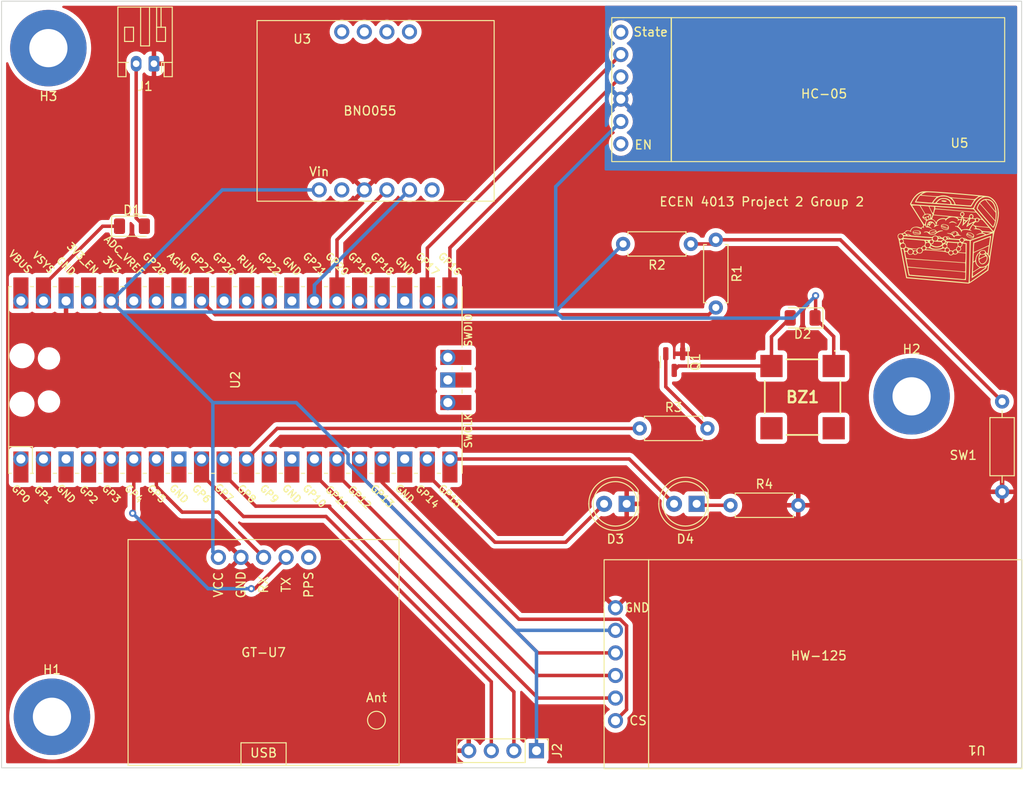
<source format=kicad_pcb>
(kicad_pcb (version 20211014) (generator pcbnew)
  (layers (0 "F.Cu" signal) (31 "B.Cu" signal) (34 "B.Paste" user) (35 "F.Paste" user) (36 "B.SilkS" user "B.Silkscreen") (37 "F.SilkS" user "F.Silkscreen") (38 "B.Mask" user) (39 "F.Mask" user) (44 "Edge.Cuts" user))
  (net 0 "")
  (net 1 "+3V3")
  (net 2 "Net-(BZ1-Pad2)")
  (net 3 "Net-(D1-Pad1)")
  (net 4 "GND")
  (net 5 "GPIO7")
  (net 6 "GPIO6")
  (net 7 "Net-(Q1-Pad2)")
  (net 8 "Net-(R1-Pad1)")
  (net 9 "Net-(R1-Pad2)")
  (net 10 "Buzz")
  (net 11 "CS1")
  (net 12 "SCK1")
  (net 13 "MOSI1")
  (net 14 "MISO1")
  (net 20 "TX1")
  (net 21 "RX1")
  (net 26 "TX0")
  (net 27 "RX0")
  (net 31 "SDA0")
  (net 32 "SCL0")
  (net 54 "Net-(J1-Pad2)")
  (net 55 "LED_G")
  (net 56 "Net-(D4-Pad1)")
  (net 57 "LED_R")
  (footprint "MountingHole:MountingHole_4.3mm_M4_Pad_TopBottom" (layer "F.Cu") (at 197.326995 103.971703)
    (fp_text reference "H2" (at 0 -5.3) (layer "F.SilkS"))
    (fp_text value "MountingHole")
    (pad "1" connect circle (at 0 0) (size 8.6 8.6) (layers "F.Cu" "F.Mask"))
    (pad "1" connect circle (at 0 0) (size 8.6 8.6) (layers "B.Cu" "B.Mask"))
    (pad "1" thru_hole circle (at 0 0) (size 4.7 4.7) (drill 4.3) (layers *.Cu *.Mask))
  )
  (footprint "Package_TO_SOT_SMD:SOT-23" (layer "F.Cu") (at 170.626222 100.117771 -90)
    (fp_text reference "Q1" (at 0 -2.4 90) (layer "F.SilkS"))
    (fp_text value "2N3904")
    (pad "1" smd roundrect (at -0.9375 -0.95 270) (size 1.475 0.6) (layers "F.Cu" "F.Paste" "F.Mask") (net 4 "GND"))
    (pad "2" smd roundrect (at -0.9375 0.95 270) (size 1.475 0.6) (layers "F.Cu" "F.Paste" "F.Mask") (net 7 "Net-(Q1-Pad2)"))
    (pad "3" smd roundrect (at 0.9375 0 270) (size 1.475 0.6) (layers "F.Cu" "F.Paste" "F.Mask") (net 2 "Net-(BZ1-Pad2)"))
  )
  (footprint "MountingHole:MountingHole_4.3mm_M4_Pad_TopBottom" (layer "F.Cu") (at 100.22464 64.800451)
    (fp_text reference "H3" (at 0 5.430822) (layer "F.SilkS"))
    (fp_text value "MountingHole")
    (pad "1" thru_hole circle (at 0 0) (size 4.7 4.7) (drill 4.3) (layers *.Cu *.Mask))
    (pad "1" connect circle (at 0 0) (size 8.6 8.6) (layers "F.Cu" "F.Mask"))
    (pad "1" connect circle (at 0 0) (size 8.6 8.6) (layers "B.Cu" "B.Mask"))
  )
  (footprint "Diode_SMD:D_1206_3216Metric" (layer "F.Cu") (at 185.070885 95.150613 180)
    (fp_text reference "D2" (at 0 -1.82) (layer "F.SilkS"))
    (fp_text value "D_Schottky")
    (pad "1" smd roundrect (at -1.4 0 180) (size 1.25 1.75) (layers "F.Cu" "F.Paste" "F.Mask") (roundrect_rratio 0.2) (net 1 "+3V3"))
    (pad "2" smd roundrect (at 1.4 0 180) (size 1.25 1.75) (layers "F.Cu" "F.Paste" "F.Mask") (roundrect_rratio 0.2) (net 2 "Net-(BZ1-Pad2)"))
  )
  (footprint "Diode_SMD:D_1206_3216Metric" (layer "F.Cu") (at 109.623498 84.836703)
    (fp_text reference "D1" (at 0 -1.82) (layer "F.SilkS"))
    (fp_text value "D_Schottky")
    (pad "1" smd roundrect (at -1.4 0) (size 1.25 1.75) (layers "F.Cu" "F.Paste" "F.Mask") (roundrect_rratio 0.2) (net 3 "Net-(D1-Pad1)"))
    (pad "2" smd roundrect (at 1.4 0) (size 1.25 1.75) (layers "F.Cu" "F.Paste" "F.Mask") (roundrect_rratio 0.2) (net 54 "Net-(J1-Pad2)"))
  )
  (footprint "MCU_RaspberryPi_and_Boards:GT-U7" (layer "F.Cu") (at 124.430201 132.78574)
    (fp_text reference "U4" hide)
    (fp_text value "GT-U7")
    (fp_text user "RX" (at 0 -7.62 90 unlocked) (layer "F.SilkS"))
    (fp_text user "Ant" (at 12.7 5.08 unlocked) (layer "F.SilkS"))
    (fp_text user "TX" (at 2.54 -7.62 90 unlocked) (layer "F.SilkS"))
    (fp_text user "GT-U7" (at 0 0 unlocked) (layer "F.SilkS"))
    (fp_text user "USB" (at 0 11.3 unlocked) (layer "F.SilkS"))
    (fp_text user "GND" (at -2.54 -7.62 90 unlocked) (layer "F.SilkS"))
    (fp_text user "VCC" (at -5.08 -7.62 90 unlocked) (layer "F.SilkS"))
    (fp_text user "PPS" (at 5.08 -7.62 90 unlocked) (layer "F.SilkS"))
    (pad "1" thru_hole circle (at 5.08 -10.7) (size 1.7 1.7) (drill 1.02) (layers *.Cu *.Mask))
    (pad "2" thru_hole circle (at 2.54 -10.7) (size 1.7 1.7) (drill 1.02) (layers *.Cu *.Mask) (net 20 "TX1"))
    (pad "3" thru_hole circle (at 0 -10.7) (size 1.7 1.7) (drill 1.02) (layers *.Cu *.Mask) (net 21 "RX1"))
    (pad "4" thru_hole circle (at -2.54 -10.7) (size 1.7 1.7) (drill 1.02) (layers *.Cu *.Mask) (net 4 "GND"))
    (pad "5" thru_hole circle (at -5.08 -10.7) (size 1.7 1.7) (drill 1.02) (layers *.Cu *.Mask) (net 1 "+3V3"))
  )
  (footprint "Connector_JST:JST_PH_S2B-PH-K_1x02_P2.00mm_Horizontal" (layer "F.Cu") (at 112.101226 66.5531 180)
    (fp_text reference "J1" (at 1 -2.55) (layer "F.SilkS"))
    (fp_text value "Battery")
    (pad "1" thru_hole roundrect (at 0 0 180) (size 1.2 1.75) (drill 0.75) (layers *.Cu *.Mask) (roundrect_rratio 0.2083333333) (net 4 "GND"))
    (pad "2" thru_hole oval (at 2 0 180) (size 1.2 1.75) (drill 0.75) (layers *.Cu *.Mask) (net 54 "Net-(J1-Pad2)"))
  )
  (footprint "KiCad:CMT8585397SMTTR" (layer "F.Cu") (at 185.066206 104.061464)
    (fp_text reference "BZ1" (at 0 0) (layer "F.SilkS") (effects (font (size 1.27 1.27) (thickness 0.254))))
    (fp_text value "Buzzer" hide)
    (pad "1" smd rect locked (at 3.5 -3.5 90) (size 2.5 2.5) (layers "F.Cu" "F.Paste" "F.Mask") (net 1 "+3V3"))
    (pad "2" smd rect locked (at -3.5 -3.5 90) (size 2.5 2.5) (layers "F.Cu" "F.Paste" "F.Mask") (net 2 "Net-(BZ1-Pad2)"))
    (pad "3" smd rect locked (at -3.5 3.5 90) (size 2.5 2.5) (layers "F.Cu" "F.Paste" "F.Mask"))
    (pad "4" smd rect locked (at 3.5 3.5 90) (size 2.5 2.5) (layers "F.Cu" "F.Paste" "F.Mask"))
  )
  (footprint "Connector_PinHeader_2.54mm:PinHeader_1x04_P2.54mm_Vertical" (layer "F.Cu") (at 155.13059 143.835244 -90)
    (fp_text reference "J2" (at 0 -2.33 90) (layer "F.SilkS"))
    (fp_text value "Conn_01x04_Male")
    (pad "1" thru_hole rect (at 0 0 270) (size 1.7 1.7) (drill 1) (layers *.Cu *.Mask) (net 1 "+3V3"))
    (pad "2" thru_hole oval (at 0 2.54 270) (size 1.7 1.7) (drill 1) (layers *.Cu *.Mask) (net 5 "GPIO7"))
    (pad "3" thru_hole oval (at 0 5.08 270) (size 1.7 1.7) (drill 1) (layers *.Cu *.Mask) (net 6 "GPIO6"))
    (pad "4" thru_hole oval (at 0 7.62 270) (size 1.7 1.7) (drill 1) (layers *.Cu *.Mask) (net 4 "GND"))
  )
  (footprint "MCU_RaspberryPi_and_Boards:HC-05" (layer "F.Cu") (at 187.477299 70.605704 180)
    (fp_text reference "U5" (at -15.24 -4.88 unlocked) (layer "F.SilkS"))
    (fp_text value "HC-05")
    (fp_text user "EN" (at 20.32 -5.08 unlocked) (layer "F.SilkS"))
    (fp_text user "State" (at 19.5 7.62 unlocked) (layer "F.SilkS"))
    (fp_text user "HC-05" (at 0 0.66 unlocked) (layer "F.SilkS"))
    (pad "1" thru_hole circle (at 22.86 -4.96 180) (size 1.7 1.7) (drill 1.02) (layers *.Cu *.Mask))
    (pad "2" thru_hole circle (at 22.86 -2.45 180) (size 1.7 1.7) (drill 1.02) (layers *.Cu *.Mask) (net 1 "+3V3"))
    (pad "3" thru_hole circle (at 22.86 0.06 180) (size 1.7 1.7) (drill 1.02) (layers *.Cu *.Mask) (net 4 "GND"))
    (pad "4" thru_hole circle (at 22.86 2.57 180) (size 1.7 1.7) (drill 1.02) (layers *.Cu *.Mask) (net 26 "TX0"))
    (pad "5" thru_hole circle (at 22.86 5.08 180) (size 1.7 1.7) (drill 1.02) (layers *.Cu *.Mask) (net 27 "RX0"))
    (pad "6" thru_hole circle (at 22.86 7.59 180) (size 1.7 1.7) (drill 1.02) (layers *.Cu *.Mask))
  )
  (footprint "MountingHole:MountingHole_4.3mm_M4_Pad_TopBottom" (layer "F.Cu") (at 100.627024 140.020407)
    (fp_text reference "H1" (at 0 -5.3) (layer "F.SilkS"))
    (fp_text value "MountingHole")
    (pad "1" thru_hole circle (at 0 0) (size 4.7 4.7) (drill 4.3) (layers *.Cu *.Mask))
    (pad "1" connect circle (at 0 0) (size 8.6 8.6) (layers "B.Cu" "B.Mask"))
    (pad "1" connect circle (at 0 0) (size 8.6 8.6) (layers "F.Cu" "F.Mask"))
  )
  (footprint "Resistor_THT:R_Axial_DIN0207_L6.3mm_D2.5mm_P10.16mm_Horizontal" (layer "F.Cu") (at 207.50989 104.553551 -90)
    (fp_text reference "SW1" (at 6.050111 4.369525 180) (layer "F.SilkS"))
    (fp_text value "SW_Reed")
    (pad "1" thru_hole circle (at 0 0 270) (size 1.6 1.6) (drill 0.8) (layers *.Cu *.Mask) (net 8 "Net-(R1-Pad1)"))
    (pad "2" thru_hole oval (at 10.16 0 270) (size 1.6 1.6) (drill 0.8) (layers *.Cu *.Mask) (net 4 "GND"))
  )
  (footprint "Resistor_THT:R_Axial_DIN0207_L6.3mm_D2.5mm_P7.62mm_Horizontal" (layer "F.Cu") (at 172.496292 86.830487 180)
    (fp_text reference "R2" (at 3.81 -2.37) (layer "F.SilkS"))
    (fp_text value "1k")
    (pad "1" thru_hole circle (at 0 0 180) (size 1.6 1.6) (drill 0.8) (layers *.Cu *.Mask) (net 8 "Net-(R1-Pad1)"))
    (pad "2" thru_hole oval (at 7.62 0 180) (size 1.6 1.6) (drill 0.8) (layers *.Cu *.Mask) (net 1 "+3V3"))
  )
  (footprint "Resistor_THT:R_Axial_DIN0207_L6.3mm_D2.5mm_P7.62mm_Horizontal" (layer "F.Cu") (at 176.956337 116.225421)
    (fp_text reference "R4" (at 3.81 -2.37) (layer "F.SilkS"))
    (fp_text value "60")
    (pad "1" thru_hole circle (at 0 0) (size 1.6 1.6) (drill 0.8) (layers *.Cu *.Mask) (net 56 "Net-(D4-Pad1)"))
    (pad "2" thru_hole oval (at 7.62 0) (size 1.6 1.6) (drill 0.8) (layers *.Cu *.Mask) (net 4 "GND"))
  )
  (footprint "LED_THT:LED_D5.0mm" (layer "F.Cu") (at 173.14699 116.063644 180)
    (fp_text reference "D4" (at 1.27 -3.96) (layer "F.SilkS"))
    (fp_text value "Red")
    (pad "1" thru_hole rect (at 0 0 180) (size 1.8 1.8) (drill 0.9) (layers *.Cu *.Mask) (net 56 "Net-(D4-Pad1)"))
    (pad "2" thru_hole circle (at 2.54 0 180) (size 1.8 1.8) (drill 0.9) (layers *.Cu *.Mask) (net 57 "LED_R"))
  )
  (footprint "MCU_RaspberryPi_and_Boards:RPi_Pico_SMD_TH" (layer "F.Cu") (at 121.262192 102.133506 90)
    (fp_text reference "U2" (at 0 0 90) (layer "F.SilkS"))
    (fp_text value "Pico")
    (fp_text user "VSYS" (at 13.2 -21.59 135) (layer "F.SilkS") (effects (font (size 0.8 0.8))))
    (fp_text user "GND" (at 12.8 -19.05 135) (layer "F.SilkS") (effects (font (size 0.8 0.8))))
    (fp_text user "GP7" (at -12.7 -1.3 135) (layer "F.SilkS") (effects (font (size 0.8 0.8))))
    (fp_text user "RUN" (at 13 1.27 135) (layer "F.SilkS") (effects (font (size 0.8 0.8))))
    (fp_text user "GND" (at -12.8 -6.35 135) (layer "F.SilkS") (effects (font (size 0.8 0.8))))
    (fp_text user "GP28" (at 13.054 -9.144 135) (layer "F.SilkS") (effects (font (size 0.8 0.8))))
    (fp_text user "GP19" (at 13.054 13.97 135) (layer "F.SilkS") (effects (font (size 0.8 0.8))))
    (fp_text user "GP15" (at -13.054 24.13 135) (layer "F.SilkS") (effects (font (size 0.8 0.8))))
    (fp_text user "GP3" (at -12.8 -13.97 135) (layer "F.SilkS") (effects (font (size 0.8 0.8))))
    (fp_text user "GND" (at -12.8 -19.05 135) (layer "F.SilkS") (effects (font (size 0.8 0.8))))
    (fp_text user "3V3" (at 12.9 -13.9 135) (layer "F.SilkS") (effects (font (size 0.8 0.8))))
    (fp_text user "GP16" (at 13.054 24.13 135) (layer "F.SilkS") (effects (font (size 0.8 0.8))))
    (fp_text user "GP20" (at 13.054 11.43 135) (layer "F.SilkS") (effects (font (size 0.8 0.8))))
    (fp_text user "GP11" (at -13.2 11.43 135) (layer "F.SilkS") (effects (font (size 0.8 0.8))))
    (fp_text user "VBUS" (at 13.3 -24.2 135) (layer "F.SilkS") (effects (font (size 0.8 0.8))))
    (fp_text user "SWDIO" (at 5.6 26.2 90) (layer "F.SilkS") (effects (font (size 0.8 0.8))))
    (fp_text user "GP27" (at 13.054 -3.8 135) (layer "F.SilkS") (effects (font (size 0.8 0.8))))
    (fp_text user "SWCLK" (at -5.7 26.2 90) (layer "F.SilkS") (effects (font (size 0.8 0.8))))
    (fp_text user "GP4" (at -12.8 -11.43 135) (layer "F.SilkS") (effects (font (size 0.8 0.8))))
    (fp_text user "GP8" (at -12.8 1.27 135) (layer "F.SilkS") (effects (font (size 0.8 0.8))))
    (fp_text user "GP2" (at -12.9 -16.51 135) (layer "F.SilkS") (effects (font (size 0.8 0.8))))
    (fp_text user "GP5" (at -12.8 -8.89 135) (layer "F.SilkS") (effects (font (size 0.8 0.8))))
    (fp_text user "GP21" (at 13.054 8.9 135) (layer "F.SilkS") (effects (font (size 0.8 0.8))))
    (fp_text user "3V3_EN" (at 13.7 -17.2 135) (layer "F.SilkS") (effects (font (size 0.8 0.8))))
    (fp_text user "GND" (at 12.8 19.05 135) (layer "F.SilkS") (effects (font (size 0.8 0.8))))
    (fp_text user "GP9" (at -12.8 3.81 135) (layer "F.SilkS") (effects (font (size 0.8 0.8))))
    (fp_text user "GP14" (at -13.1 21.59 135) (layer "F.SilkS") (effects (font (size 0.8 0.8))))
    (fp_text user "GP22" (at 13.054 3.81 135) (layer "F.SilkS") (effects (font (size 0.8 0.8))))
    (fp_text user "GND" (at -12.8 6.35 135) (layer "F.SilkS") (effects (font (size 0.8 0.8))))
    (fp_text user "GND" (at -12.8 19.05 135) (layer "F.SilkS") (effects (font (size 0.8 0.8))))
    (fp_text user "GP26" (at 13.054 -1.27 135) (layer "F.SilkS") (effects (font (size 0.8 0.8))))
    (fp_text user "AGND" (at 13.054 -6.35 135) (layer "F.SilkS") (effects (font (size 0.8 0.8))))
    (fp_text user "GP13" (at -13.054 16.51 135) (layer "F.SilkS") (effects (font (size 0.8 0.8))))
    (fp_text user "GP18" (at 13.054 16.51 135) (layer "F.SilkS") (effects (font (size 0.8 0.8))))
    (fp_text user "GP6" (at -12.8 -3.81 135) (layer "F.SilkS") (effects (font (size 0.8 0.8))))
    (fp_text user "GP10" (at -13.054 8.89 135) (layer "F.SilkS") (effects (font (size 0.8 0.8))))
    (fp_text user "GP17" (at 13.054 21.59 135) (layer "F.SilkS") (effects (font (size 0.8 0.8))))
    (fp_text user "GP0" (at -12.8 -24.13 135) (layer "F.SilkS") (effects (font (size 0.8 0.8))))
    (fp_text user "ADC_VREF" (at 14 -12.5 135) (layer "F.SilkS") (effects (font (size 0.8 0.8))))
    (fp_text user "GND" (at 12.8 6.35 135) (layer "F.SilkS") (effects (font (size 0.8 0.8))))
    (fp_text user "GP12" (at -13.2 13.97 135) (layer "F.SilkS") (effects (font (size 0.8 0.8))))
    (fp_text user "GP1" (at -12.9 -21.6 135) (layer "F.SilkS") (effects (font (size 0.8 0.8))))
    (pad "" np_thru_hole oval (at -2.725 -24 90) (size 1.8 1.8) (drill 1.8) (layers *.Cu *.Mask))
    (pad "" np_thru_hole oval (at 2.425 -20.97 90) (size 1.5 1.5) (drill 1.5) (layers *.Cu *.Mask))
    (pad "" np_thru_hole oval (at -2.425 -20.97 90) (size 1.5 1.5) (drill 1.5) (layers *.Cu *.Mask))
    (pad "" np_thru_hole oval (at 2.725 -24 90) (size 1.8 1.8) (drill 1.8) (layers *.Cu *.Mask))
    (pad "1" smd rect (at -8.89 -24.13 90) (size 3.5 1.7) (drill (offset -0.9 0)) (layers "F.Cu" "F.Mask"))
    (pad "1" thru_hole oval (at -8.89 -24.13 90) (size 1.7 1.7) (drill 1.02) (layers *.Cu *.Mask))
    (pad "2" thru_hole oval (at -8.89 -21.59 90) (size 1.7 1.7) (drill 1.02) (layers *.Cu *.Mask))
    (pad "2" smd rect (at -8.89 -21.59 90) (size 3.5 1.7) (drill (offset -0.9 0)) (layers "F.Cu" "F.Mask"))
    (pad "3" thru_hole rect (at -8.89 -19.05 90) (size 1.7 1.7) (drill 1.02) (layers *.Cu *.Mask))
    (pad "3" smd rect (at -8.89 -19.05 90) (size 3.5 1.7) (drill (offset -0.9 0)) (layers "F.Cu" "F.Mask"))
    (pad "4" smd rect (at -8.89 -16.51 90) (size 3.5 1.7) (drill (offset -0.9 0)) (layers "F.Cu" "F.Mask"))
    (pad "4" thru_hole oval (at -8.89 -16.51 90) (size 1.7 1.7) (drill 1.02) (layers *.Cu *.Mask))
    (pad "5" thru_hole oval (at -8.89 -13.97 90) (size 1.7 1.7) (drill 1.02) (layers *.Cu *.Mask))
    (pad "5" smd rect (at -8.89 -13.97 90) (size 3.5 1.7) (drill (offset -0.9 0)) (layers "F.Cu" "F.Mask"))
    (pad "6" thru_hole oval (at -8.89 -11.43 90) (size 1.7 1.7) (drill 1.02) (layers *.Cu *.Mask) (net 20 "TX1"))
    (pad "6" smd rect (at -8.89 -11.43 90) (size 3.5 1.7) (drill (offset -0.9 0)) (layers "F.Cu" "F.Mask") (net 20 "TX1"))
    (pad "7" thru_hole oval (at -8.89 -8.89 90) (size 1.7 1.7) (drill 1.02) (layers *.Cu *.Mask) (net 21 "RX1"))
    (pad "7" smd rect (at -8.89 -8.89 90) (size 3.5 1.7) (drill (offset -0.9 0)) (layers "F.Cu" "F.Mask") (net 21 "RX1"))
    (pad "8" smd rect (at -8.89 -6.35 90) (size 3.5 1.7) (drill (offset -0.9 0)) (layers "F.Cu" "F.Mask"))
    (pad "8" thru_hole rect (at -8.89 -6.35 90) (size 1.7 1.7) (drill 1.02) (layers *.Cu *.Mask))
    (pad "9" smd rect (at -8.89 -3.81 90) (size 3.5 1.7) (drill (offset -0.9 0)) (layers "F.Cu" "F.Mask") (net 6 "GPIO6"))
    (pad "9" thru_hole oval (at -8.89 -3.81 90) (size 1.7 1.7) (drill 1.02) (layers *.Cu *.Mask) (net 6 "GPIO6"))
    (pad "10" thru_hole oval (at -8.89 -1.27 90) (size 1.7 1.7) (drill 1.02) (layers *.Cu *.Mask) (net 5 "GPIO7"))
    (pad "10" smd rect (at -8.89 -1.27 90) (size 3.5 1.7) (drill (offset -0.9 0)) (layers "F.Cu" "F.Mask") (net 5 "GPIO7"))
    (pad "11" smd rect (at -8.89 1.27 90) (size 3.5 1.7) (drill (offset -0.9 0)) (layers "F.Cu" "F.Mask") (net 10 "Buzz"))
    (pad "11" thru_hole oval (at -8.89 1.27 90) (size 1.7 1.7) (drill 1.02) (layers *.Cu *.Mask) (net 10 "Buzz"))
    (pad "12" smd rect (at -8.89 3.81 90) (size 3.5 1.7) (drill (offset -0.9 0)) (layers "F.Cu" "F.Mask"))
    (pad "12" thru_hole oval (at -8.89 3.81 90) (size 1.7 1.7) (drill 1.02) (layers *.Cu *.Mask))
    (pad "13" smd rect (at -8.89 6.35 90) (size 3.5 1.7) (drill (offset -0.9 0)) (layers "F.Cu" "F.Mask"))
    (pad "13" thru_hole rect (at -8.89 6.35 90) (size 1.7 1.7) (drill 1.02) (layers *.Cu *.Mask))
    (pad "14" smd rect (at -8.89 8.89 90) (size 3.5 1.7) (drill (offset -0.9 0)) (layers "F.Cu" "F.Mask") (net 12 "SCK1"))
    (pad "14" thru_hole oval (at -8.89 8.89 90) (size 1.7 1.7) (drill 1.02) (layers *.Cu *.Mask) (net 12 "SCK1"))
    (pad "15" thru_hole oval (at -8.89 11.43 90) (size 1.7 1.7) (drill 1.02) (layers *.Cu *.Mask) (net 13 "MOSI1"))
    (pad "15" smd rect (at -8.89 11.43 90) (size 3.5 1.7) (drill (offset -0.9 0)) (layers "F.Cu" "F.Mask") (net 13 "MOSI1"))
    (pad "16" thru_hole oval (at -8.89 13.97 90) (size 1.7 1.7) (drill 1.02) (layers *.Cu *.Mask) (net 14 "MISO1"))
    (pad "16" smd rect (at -8.89 13.97 90) (size 3.5 1.7) (drill (offset -0.9 0)) (layers "F.Cu" "F.Mask") (net 14 "MISO1"))
    (pad "17" thru_hole oval (at -8.89 16.51 90) (size 1.7 1.7) (drill 1.02) (layers *.Cu *.Mask) (net 11 "CS1"))
    (pad "17" smd rect (at -8.89 16.51 90) (size 3.5 1.7) (drill (offset -0.9 0)) (layers "F.Cu" "F.Mask") (net 11 "CS1"))
    (pad "18" thru_hole rect (at -8.89 19.05 90) (size 1.7 1.7) (drill 1.02) (layers *.Cu *.Mask))
    (pad "18" smd rect (at -8.89 19.05 90) (size 3.5 1.7) (drill (offset -0.9 0)) (layers "F.Cu" "F.Mask"))
    (pad "19" thru_hole oval (at -8.89 21.59 90) (size 1.7 1.7) (drill 1.02) (layers *.Cu *.Mask) (net 55 "LED_G"))
    (pad "19" smd rect (at -8.89 21.59 90) (size 3.5 1.7) (drill (offset -0.9 0)) (layers "F.Cu" "F.Mask") (net 55 "LED_G"))
    (pad "20" thru_hole oval (at -8.89 24.13 90) (size 1.7 1.7) (drill 1.02) (layers *.Cu *.Mask) (net 57 "LED_R"))
    (pad "20" smd rect (at -8.89 24.13 90) (size 3.5 1.7) (drill (offset -0.9 0)) (layers "F.Cu" "F.Mask") (net 57 "LED_R"))
    (pad "21" thru_hole oval (at 8.89 24.13 90) (size 1.7 1.7) (drill 1.02) (layers *.Cu *.Mask) (net 26 "TX0"))
    (pad "21" smd rect (at 8.89 24.13 90) (size 3.5 1.7) (drill (offset 0.9 0)) (layers "F.Cu" "F.Mask") (net 26 "TX0"))
    (pad "22" smd rect (at 8.89 21.59 90) (size 3.5 1.7) (drill (offset 0.9 0)) (layers "F.Cu" "F.Mask") (net 27 "RX0"))
    (pad "22" thru_hole oval (at 8.89 21.59 90) (size 1.7 1.7) (drill 1.02) (layers *.Cu *.Mask) (net 27 "RX0"))
    (pad "23" thru_hole rect (at 8.89 19.05 90) (size 1.7 1.7) (drill 1.02) (layers *.Cu *.Mask))
    (pad "23" smd rect (at 8.89 19.05 90) (size 3.5 1.7) (drill (offset 0.9 0)) (layers "F.Cu" "F.Mask"))
    (pad "24" smd rect (at 8.89 16.51 90) (size 3.5 1.7) (drill (offset 0.9 0)) (layers "F.Cu" "F.Mask"))
    (pad "24" thru_hole oval (at 8.89 16.51 90) (size 1.7 1.7) (drill 1.02) (layers *.Cu *.Mask))
    (pad "25" thru_hole oval (at 8.89 13.97 90) (size 1.7 1.7) (drill 1.02) (layers *.Cu *.Mask))
    (pad "25" smd rect (at 8.89 13.97 90) (size 3.5 1.7) (drill (offset 0.9 0)) (layers "F.Cu" "F.Mask"))
    (pad "26" thru_hole oval (at 8.89 11.43 90) (size 1.7 1.7) (drill 1.02) (layers *.Cu *.Mask) (net 31 "SDA0"))
    (pad "26" smd rect (at 8.89 11.43 90) (size 3.5 1.7) (drill (offset 0.9 0)) (layers "F.Cu" "F.Mask") (net 31 "SDA0"))
    (pad "27" smd rect (at 8.89 8.89 90) (size 3.5 1.7) (drill (offset 0.9 0)) (layers "F.Cu" "F.Mask") (net 32 "SCL0"))
    (pad "27" thru_hole oval (at 8.89 8.89 90) (size 1.7 1.7) (drill 1.02) (layers *.Cu *.Mask) (net 32 "SCL0"))
    (pad "28" smd rect (at 8.89 6.35 90) (size 3.5 1.7) (drill (offset 0.9 0)) (layers "F.Cu" "F.Mask"))
    (pad "28" thru_hole rect (at 8.89 6.35 90) (size 1.7 1.7) (drill 1.02) (layers *.Cu *.Mask))
    (pad "29" thru_hole oval (at 8.89 3.81 90) (size 1.7 1.7) (drill 1.02) (layers *.Cu *.Mask))
    (pad "29" smd rect (at 8.89 3.81 90) (size 3.5 1.7) (drill (offset 0.9 0)) (layers "F.Cu" "F.Mask"))
    (pad "30" smd rect (at 8.89 1.27 90) (size 3.5 1.7) (drill (offset 0.9 0)) (layers "F.Cu" "F.Mask"))
    (pad "30" thru_hole oval (at 8.89 1.27 90) (size 1.7 1.7) (drill 1.02) (layers *.Cu *.Mask))
    (pad "31" smd rect (at 8.89 -1.27 90) (size 3.5 1.7) (drill (offset 0.9 0)) (layers "F.Cu" "F.Mask"))
    (pad "31" thru_hole oval (at 8.89 -1.27 90) (size 1.7 1.7) (drill 1.02) (layers *.Cu *.Mask))
    (pad "32" smd rect (at 8.89 -3.81 90) (size 3.5 1.7) (drill (offset 0.9 0)) (layers "F.Cu" "F.Mask") (net 9 "Net-(R1-Pad2)"))
    (pad "32" thru_hole oval (at 8.89 -3.81 90) (size 1.7 1.7) (drill 1.02) (layers *.Cu *.Mask) (net 9 "Net-(R1-Pad2)"))
    (pad "33" thru_hole rect (at 8.89 -6.35 90) (size 1.7 1.7) (drill 1.02) (layers *.Cu *.Mask))
    (pad "33" smd rect (at 8.89 -6.35 90) (size 3.5 1.7) (drill (offset 0.9 0)) (layers "F.Cu" "F.Mask"))
    (pad "34" smd rect (at 8.89 -8.89 90) (size 3.5 1.7) (drill (offset 0.9 0)) (layers "F.Cu" "F.Mask"))
    (pad "34" thru_hole oval (at 8.89 -8.89 90) (size 1.7 1.7) (drill 1.02) (layers *.Cu *.Mask))
    (pad "35" smd rect (at 8.89 -11.43 90) (size 3.5 1.7) (drill (offset 0.9 0)) (layers "F.Cu" "F.Mask"))
    (pad "35" thru_hole oval (at 8.89 -11.43 90) (size 1.7 1.7) (drill 1.02) (layers *.Cu *.Mask))
    (pad "36" smd rect (at 8.89 -13.97 90) (size 3.5 1.7) (drill (offset 0.9 0)) (layers "F.Cu" "F.Mask") (net 1 "+3V3"))
    (pad "36" thru_hole oval (at 8.89 -13.97 90) (size 1.7 1.7) (drill 1.02) (layers *.Cu *.Mask) (net 1 "+3V3"))
    (pad "37" thru_hole oval (at 8.89 -16.51 90) (size 1.7 1.7) (drill 1.02) (layers *.Cu *.Mask))
    (pad "37" smd rect (at 8.89 -16.51 90) (size 3.5 1.7) (drill (offset 0.9 0)) (layers "F.Cu" "F.Mask"))
    (pad "38" thru_hole rect (at 8.89 -19.05 90) (size 1.7 1.7) (drill 1.02) (layers *.Cu *.Mask) (net 4 "GND"))
    (pad "38" smd rect (at 8.89 -19.05 90) (size 3.5 1.7) (drill (offset 0.9 0)) (layers "F.Cu" "F.Mask") (net 4 "GND"))
    (pad "39" smd rect (at 8.89 -21.59 90) (size 3.5 1.7) (drill (offset 0.9 0)) (layers "F.Cu" "F.Mask") (net 3 "Net-(D1-Pad1)"))
    (pad "39" thru_hole oval (at 8.89 -21.59 90) (size 1.7 1.7) (drill 1.02) (layers *.Cu *.Mask) (net 3 "Net-(D1-Pad1)"))
    (pad "40" smd rect (at 8.89 -24.13 90) (size 3.5 1.7) (drill (offset 0.9 0)) (layers "F.Cu" "F.Mask"))
    (pad "40" thru_hole oval (at 8.89 -24.13 90) (size 1.7 1.7) (drill 1.02) (layers *.Cu *.Mask))
    (pad "41" thru_hole oval (at -2.54 23.9 90) (size 1.7 1.7) (drill 1.02) (layers *.Cu *.Mask))
    (pad "41" smd rect (at -2.54 23.9 180) (size 3.5 1.7) (drill (offset -0.9 0)) (layers "F.Cu" "F.Mask"))
    (pad "42" thru_hole rect (at 0 23.9 90) (size 1.7 1.7) (drill 1.02) (layers *.Cu *.Mask))
    (pad "42" smd rect (at 0 23.9 180) (size 3.5 1.7) (drill (offset -0.9 0)) (layers "F.Cu" "F.Mask"))
    (pad "43" smd rect (at 2.54 23.9 180) (size 3.5 1.7) (drill (offset -0.9 0)) (layers "F.Cu" "F.Mask"))
    (pad "43" thru_hole oval (at 2.54 23.9 90) (size 1.7 1.7) (drill 1.02) (layers *.Cu *.Mask))
  )
  (footprint "MCU_RaspberryPi_and_Boards:HW-125" (layer "F.Cu") (at 209.7395 145.854096 180)
    (fp_text reference "U1" (at 5.08 2.08 180 unlocked) (layer "F.SilkS"))
    (fp_text value "HW-125")
    (fp_text user "CS" (at 43.18 5.4 unlocked) (layer "F.SilkS"))
    (fp_text user "HW-125" (at 22.86 12.7 unlocked) (layer "F.SilkS"))
    (fp_text user "GND" (at 43.3 18.1 unlocked) (layer "F.SilkS") (effects (font (size 1 0.9))))
    (pad "1" thru_hole circle (at 45.72 5.4 180) (size 1.7 1.7) (drill 1.02) (layers *.Cu *.Mask) (net 11 "CS1"))
    (pad "2" thru_hole circle (at 45.72 7.94 180) (size 1.7 1.7) (drill 1.02) (layers *.Cu *.Mask) (net 12 "SCK1"))
    (pad "3" thru_hole circle (at 45.72 10.48 180) (size 1.7 1.7) (drill 1.02) (layers *.Cu *.Mask) (net 13 "MOSI1"))
    (pad "4" thru_hole circle (at 45.72 13.02 180) (size 1.7 1.7) (drill 1.02) (layers *.Cu *.Mask) (net 14 "MISO1"))
    (pad "5" thru_hole circle (at 45.72 15.56 180) (size 1.7 1.7) (drill 1.02) (layers *.Cu *.Mask) (net 1 "+3V3"))
    (pad "6" thru_hole circle (at 45.72 18.1 180) (size 1.7 1.7) (drill 1.02) (layers *.Cu *.Mask) (net 4 "GND"))
  )
  (footprint "LOGO" (layer "F.Cu") (at 201.44457 86.097779)
    (fp_text reference "G***" hide)
    (fp_text value "LOGO" hide)
  )
  (footprint "LED_THT:LED_D5.0mm" (layer "F.Cu") (at 165.277463 116.066091 180)
    (fp_text reference "D3" (at 1.27 -3.96) (layer "F.SilkS"))
    (fp_text value "Green")
    (pad "1" thru_hole rect (at 0 0 180) (size 1.8 1.8) (drill 0.9) (layers *.Cu *.Mask) (net 4 "GND"))
    (pad "2" thru_hole circle (at 2.54 0 180) (size 1.8 1.8) (drill 0.9) (layers *.Cu *.Mask) (net 55 "LED_G"))
  )
  (footprint "MCU_RaspberryPi_and_Boards:BNO055" (layer "F.Cu") (at 123.701268 61.701709)
    (fp_text reference "U3" (at 5.08 2.08 unlocked) (layer "F.SilkS"))
    (fp_text value "BNO055")
    (fp_text user "Vin" (at 6.985 17 unlocked) (layer "F.SilkS"))
    (fp_text user "BNO055" (at 12.7 10.16 unlocked) (layer "F.SilkS"))
    (pad "1" thru_hole circle (at 6.985 19.05) (size 1.7 1.7) (drill 1.02) (layers *.Cu *.Mask) (net 1 "+3V3"))
    (pad "2" thru_hole circle (at 9.525 19.05) (size 1.7 1.7) (drill 1.02) (layers *.Cu *.Mask))
    (pad "3" thru_hole circle (at 12.065 19.05) (size 1.7 1.7) (drill 1.02) (layers *.Cu *.Mask) (net 4 "GND"))
    (pad "4" thru_hole circle (at 14.605 19.05) (size 1.7 1.7) (drill 1.02) (layers *.Cu *.Mask) (net 31 "SDA0"))
    (pad "5" thru_hole circle (at 17.145 19.05) (size 1.7 1.7) (drill 1.02) (layers *.Cu *.Mask) (net 32 "SCL0"))
    (pad "6" thru_hole circle (at 19.685 19.05) (size 1.7 1.7) (drill 1.02) (layers *.Cu *.Mask))
    (pad "7" thru_hole circle (at 17.145 1.27) (size 1.7 1.7) (drill 1.02) (layers *.Cu *.Mask))
    (pad "8" thru_hole circle (at 14.605 1.27) (size 1.7 1.7) (drill 1.02) (layers *.Cu *.Mask))
    (pad "9" thru_hole circle (at 12.065 1.27) (size 1.7 1.7) (drill 1.02) (layers *.Cu *.Mask))
    (pad "10" thru_hole circle (at 9.525 1.27) (size 1.7 1.7) (drill 1.02) (layers *.Cu *.Mask))
  )
  (footprint "Resistor_THT:R_Axial_DIN0207_L6.3mm_D2.5mm_P7.62mm_Horizontal" (layer "F.Cu") (at 166.742412 107.582705)
    (fp_text reference "R3" (at 3.81 -2.37) (layer "F.SilkS"))
    (fp_text value "180")
    (pad "1" thru_hole circle (at 0 0) (size 1.6 1.6) (drill 0.8) (layers *.Cu *.Mask) (net 10 "Buzz"))
    (pad "2" thru_hole oval (at 7.62 0) (size 1.6 1.6) (drill 0.8) (layers *.Cu *.Mask) (net 7 "Net-(Q1-Pad2)"))
  )
  (footprint "Resistor_THT:R_Axial_DIN0207_L6.3mm_D2.5mm_P7.62mm_Horizontal" (layer "F.Cu") (at 175.303604 86.362006 -90)
    (fp_text reference "R1" (at 3.81 -2.37 90) (layer "F.SilkS"))
    (fp_text value "800")
    (pad "1" thru_hole circle (at 0 0 270) (size 1.6 1.6) (drill 0.8) (layers *.Cu *.Mask) (net 8 "Net-(R1-Pad1)"))
    (pad "2" thru_hole oval (at 7.62 0 270) (size 1.6 1.6) (drill 0.8) (layers *.Cu *.Mask) (net 9 "Net-(R1-Pad2)"))
  )
  (gr_rect (start 94.960496 59.525738) (end 209.705009 145.761532) (layer "Edge.Cuts") (width 0.1) (fill none))
  (gr_text "ECEN 4013 Project 2 Group 2" (at 180.476819 82.086869) (layer "F.SilkS") (effects (font (size 1 1))))
  (segment (start 186.531003 92.651013) (end 186.531003 95.090495) (width 0.391) (layer "F.Cu") (net 1))
  (segment (start 186.531003 95.090495) (end 186.470885 95.150613) (width 0.391) (layer "F.Cu") (net 1))
  (segment (start 188.566206 100.561464) (end 188.566206 97.245934) (width 0.391) (layer "F.Cu") (net 1))
  (segment (start 188.566206 97.245934) (end 186.470885 95.150613) (width 0.391) (layer "F.Cu") (net 1))
  (via (at 186.531003 92.651013) (size 0.8) (drill 0.4) (layers "F.Cu" "B.Cu") (net 1))
  (segment (start 107.292192 93.243506) (end 108.537203 94.488517) (width 0.391) (layer "B.Cu") (net 1))
  (segment (start 157.294435 94.412345) (end 158.059107 95.177017) (width 0.391) (layer "B.Cu") (net 1))
  (segment (start 133.937203 110.507804) (end 133.937203 111.48923) (width 0.391) (layer "B.Cu") (net 1))
  (segment (start 157.294435 94.412345) (end 157.294435 80.378568) (width 0.391) (layer "B.Cu") (net 1))
  (segment (start 184.004999 95.177017) (end 186.531003 92.651013) (width 0.391) (layer "B.Cu") (net 1))
  (segment (start 107.292192 93.243506) (end 119.783989 80.751709) (width 0.391) (layer "B.Cu") (net 1))
  (segment (start 133.937203 111.48923) (end 152.742069 130.294096) (width 0.391) (layer "B.Cu") (net 1))
  (segment (start 157.218262 94.488517) (end 157.294435 94.412345) (width 0.391) (layer "B.Cu") (net 1))
  (segment (start 108.537203 94.488517) (end 118.727544 104.678858) (width 0.391) (layer "B.Cu") (net 1))
  (segment (start 118.727544 121.463083) (end 119.350201 122.08574) (width 0.391) (layer "B.Cu") (net 1))
  (segment (start 119.783989 80.751709) (end 130.686268 80.751709) (width 0.391) (layer "B.Cu") (net 1))
  (segment (start 128.108257 104.678858) (end 133.937203 110.507804) (width 0.391) (layer "B.Cu") (net 1))
  (segment (start 157.294435 94.412345) (end 164.876292 86.830487) (width 0.391) (layer "B.Cu") (net 1))
  (segment (start 118.727544 104.678858) (end 118.727544 121.463083) (width 0.391) (layer "B.Cu") (net 1))
  (segment (start 152.742069 130.294096) (end 164.0195 130.294096) (width 0.391) (layer "B.Cu") (net 1))
  (segment (start 118.727544 104.678858) (end 128.108257 104.678858) (width 0.391) (layer "B.Cu") (net 1))
  (segment (start 155.13059 132.682617) (end 152.742069 130.294096) (width 0.391) (layer "B.Cu") (net 1))
  (segment (start 108.537203 94.488517) (end 157.218262 94.488517) (width 0.391) (layer "B.Cu") (net 1))
  (segment (start 155.13059 143.835244) (end 155.13059 132.682617) (width 0.391) (layer "B.Cu") (net 1))
  (segment (start 157.294435 80.378568) (end 164.617299 73.055704) (width 0.391) (layer "B.Cu") (net 1))
  (segment (start 158.059107 95.177017) (end 184.004999 95.177017) (width 0.391) (layer "B.Cu") (net 1))
  (segment (start 171.120029 100.561464) (end 170.626222 101.055271) (width 0.391) (layer "F.Cu") (net 2))
  (segment (start 181.566206 100.561464) (end 171.120029 100.561464) (width 0.391) (layer "F.Cu") (net 2))
  (segment (start 181.566206 97.255292) (end 183.670885 95.150613) (width 0.391) (layer "F.Cu") (net 2))
  (segment (start 181.566206 100.561464) (end 181.566206 97.255292) (width 0.391) (layer "F.Cu") (net 2))
  (segment (start 106.328973 84.836703) (end 99.672192 91.493484) (width 0.391) (layer "F.Cu") (net 3))
  (segment (start 99.672192 91.493484) (end 99.672192 93.243506) (width 0.391) (layer "F.Cu") (net 3))
  (segment (start 108.223498 84.836703) (end 106.328973 84.836703) (width 0.391) (layer "F.Cu") (net 3))
  (segment (start 131.863472 116.490448) (end 152.59059 137.217566) (width 0.391) (layer "F.Cu") (net 5))
  (segment (start 119.992192 111.023506) (end 119.992192 112.773528) (width 0.391) (layer "F.Cu") (net 5))
  (segment (start 131.863472 116.326006) (end 131.863472 116.490448) (width 0.391) (layer "F.Cu") (net 5))
  (segment (start 119.992192 112.773528) (end 123.54467 116.326006) (width 0.391) (layer "F.Cu") (net 5))
  (segment (start 152.59059 137.217566) (end 152.59059 143.835244) (width 0.391) (layer "F.Cu") (net 5))
  (segment (start 123.54467 116.326006) (end 131.863472 116.326006) (width 0.391) (layer "F.Cu") (net 5))
  (segment (start 117.452192 112.773528) (end 117.452192 111.023506) (width 0.391) (layer "F.Cu") (net 6))
  (segment (start 150.05059 143.835244) (end 150.05059 136.083927) (width 0.391) (layer "F.Cu") (net 6))
  (segment (start 122.16923 117.490566) (end 117.452192 112.773528) (width 0.391) (layer "F.Cu") (net 6))
  (segment (start 150.05059 136.083927) (end 131.457229 117.490566) (width 0.391) (layer "F.Cu") (net 6))
  (segment (start 131.457229 117.490566) (end 122.16923 117.490566) (width 0.391) (layer "F.Cu") (net 6))
  (segment (start 169.676222 99.180271) (end 169.676222 102.896515) (width 0.391) (layer "F.Cu") (net 7))
  (segment (start 169.676222 102.896515) (end 174.362412 107.582705) (width 0.391) (layer "F.Cu") (net 7))
  (segment (start 175.303604 86.362006) (end 189.318345 86.362006) (width 0.391) (layer "F.Cu") (net 8))
  (segment (start 172.496292 86.830487) (end 174.835123 86.830487) (width 0.391) (layer "F.Cu") (net 8))
  (segment (start 189.318345 86.362006) (end 207.50989 104.553551) (width 0.391) (layer "F.Cu") (net 8))
  (segment (start 174.835123 86.830487) (end 175.303604 86.362006) (width 0.391) (layer "F.Cu") (net 8))
  (segment (start 175.303604 93.982006) (end 174.503605 94.782005) (width 0.391) (layer "F.Cu") (net 9))
  (segment (start 174.503605 94.782005) (end 118.990691 94.782005) (width 0.391) (layer "F.Cu") (net 9))
  (segment (start 118.990691 94.782005) (end 117.452192 93.243506) (width 0.391) (layer "F.Cu") (net 9))
  (segment (start 125.972993 107.582705) (end 122.532192 111.023506) (width 0.391) (layer "F.Cu") (net 10))
  (segment (start 166.742412 107.582705) (end 125.972993 107.582705) (width 0.391) (layer "F.Cu") (net 10))
  (segment (start 164.535202 129.049085) (end 153.167038 129.049085) (width 0.391) (layer "F.Cu") (net 11))
  (segment (start 165.264511 129.778394) (end 164.535202 129.049085) (width 0.391) (layer "F.Cu") (net 11))
  (segment (start 164.0195 140.454096) (end 165.264511 139.209085) (width 0.391) (layer "F.Cu") (net 11))
  (segment (start 153.167038 129.049085) (end 137.772192 113.654239) (width 0.391) (layer "F.Cu") (net 11))
  (segment (start 165.264511 139.209085) (end 165.264511 129.778394) (width 0.391) (layer "F.Cu") (net 11))
  (segment (start 137.772192 113.654239) (end 137.772192 111.023506) (width 0.391) (layer "F.Cu") (net 11))
  (segment (start 155.29276 137.914096) (end 130.152192 112.773528) (width 0.391) (layer "F.Cu") (net 12))
  (segment (start 130.152192 112.773528) (end 130.152192 111.023506) (width 0.391) (layer "F.Cu") (net 12))
  (segment (start 164.0195 137.914096) (end 155.29276 137.914096) (width 0.391) (layer "F.Cu") (net 12))
  (segment (start 155.29276 135.374096) (end 132.692192 112.773528) (width 0.391) (layer "F.Cu") (net 13))
  (segment (start 164.0195 135.374096) (end 155.29276 135.374096) (width 0.391) (layer "F.Cu") (net 13))
  (segment (start 132.692192 112.773528) (end 132.692192 111.023506) (width 0.391) (layer "F.Cu") (net 13))
  (segment (start 135.232192 112.773528) (end 135.232192 111.023506) (width 0.391) (layer "F.Cu") (net 14))
  (segment (start 164.0195 132.834096) (end 155.29276 132.834096) (width 0.391) (layer "F.Cu") (net 14))
  (segment (start 155.29276 132.834096) (end 135.232192 112.773528) (width 0.391) (layer "F.Cu") (net 14))
  (segment (start 126.970201 122.08574) (end 123.450279 125.605662) (width 0.391) (layer "F.Cu") (net 20))
  (segment (start 109.832192 116.996151) (end 109.832192 111.023506) (width 0.391) (layer "F.Cu") (net 20))
  (segment (start 109.706029 117.122314) (end 109.832192 116.996151) (width 0.391) (layer "F.Cu") (net 20))
  (segment (start 123.450279 125.605662) (end 123.054827 125.605662) (width 0.391) (layer "F.Cu") (net 20))
  (via (at 109.706029 117.122314) (size 0.8) (drill 0.4) (layers "F.Cu" "B.Cu") (net 20))
  (via (at 123.054827 125.605662) (size 0.8) (drill 0.4) (layers "F.Cu" "B.Cu") (net 20))
  (segment (start 123.054827 125.605662) (end 118.189377 125.605662) (width 0.391) (layer "B.Cu") (net 20))
  (segment (start 118.189377 125.605662) (end 109.706029 117.122314) (width 0.391) (layer "B.Cu") (net 20))
  (segment (start 112.372192 114.098841) (end 112.372192 111.023506) (width 0.391) (layer "F.Cu") (net 21))
  (segment (start 119.345245 117.000784) (end 115.274135 117.000784) (width 0.391) (layer "F.Cu") (net 21))
  (segment (start 124.430201 122.08574) (end 119.345245 117.000784) (width 0.391) (layer "F.Cu") (net 21))
  (segment (start 115.274135 117.000784) (end 112.372192 114.098841) (width 0.391) (layer "F.Cu") (net 21))
  (segment (start 164.617299 68.035704) (end 145.392192 87.260811) (width 0.391) (layer "F.Cu") (net 26))
  (segment (start 145.392192 87.260811) (end 145.392192 93.243506) (width 0.391) (layer "F.Cu") (net 26))
  (segment (start 142.852192 87.290811) (end 142.852192 93.243506) (width 0.391) (layer "F.Cu") (net 27))
  (segment (start 164.617299 65.525704) (end 142.852192 87.290811) (width 0.391) (layer "F.Cu") (net 27))
  (segment (start 132.692192 86.365785) (end 132.692192 93.243506) (width 0.391) (layer "F.Cu") (net 31))
  (segment (start 138.306268 80.751709) (end 132.692192 86.365785) (width 0.391) (layer "F.Cu") (net 31))
  (segment (start 130.152192 91.445785) (end 130.152192 93.243506) (width 0.391) (layer "B.Cu") (net 32))
  (segment (start 140.846268 80.751709) (end 130.152192 91.445785) (width 0.391) (layer "B.Cu") (net 32))
  (segment (start 110.101226 66.5531) (end 110.101226 83.914431) (width 0.391) (layer "F.Cu") (net 54))
  (segment (start 110.101226 83.914431) (end 111.023498 84.836703) (width 0.391) (layer "F.Cu") (net 54))
  (segment (start 158.415535 120.388019) (end 150.466683 120.388019) (width 0.391) (layer "F.Cu") (net 55))
  (segment (start 142.852192 112.773528) (end 142.852192 111.023506) (width 0.391) (layer "F.Cu") (net 55))
  (segment (start 150.466683 120.388019) (end 142.852192 112.773528) (width 0.391) (layer "F.Cu") (net 55))
  (segment (start 162.737463 116.066091) (end 158.415535 120.388019) (width 0.391) (layer "F.Cu") (net 55))
  (segment (start 173.308767 116.225421) (end 173.14699 116.063644) (width 0.391) (layer "F.Cu") (net 56))
  (segment (start 176.956337 116.225421) (end 173.308767 116.225421) (width 0.391) (layer "F.Cu") (net 56))
  (segment (start 170.60699 116.063644) (end 165.566852 111.023506) (width 0.391) (layer "F.Cu") (net 57))
  (segment (start 165.566852 111.023506) (end 145.392192 111.023506) (width 0.391) (layer "F.Cu") (net 57))
  (zone (net 4) (net_name "GND") (layer "F.Cu") (connect_pads (clearance 0.508)) (min_thickness 0.254) (fill yes (thermal_gap 0.508) (thermal_bridge_width 0.508))
    (polygon (pts (xy 209.7395 145.854096) (xy 94.782924 145.63664) (xy 95.326827 59.389133) (xy 95.326827 59.466833) (xy 209.7019 59.389133)))
  )
  (zone (net 4) (net_name "GND") (layer "B.Cu") (connect_pads (clearance 0.508)) (min_thickness 0.254) (fill yes (thermal_gap 0.508) (thermal_bridge_width 0.508))
    (polygon (pts (xy 209.596398 78.97966) (xy 162.793244 78.566934) (xy 162.855153 60.778434) (xy 162.772607 59.643436) (xy 209.782125 59.498982)))
  )
)
</source>
